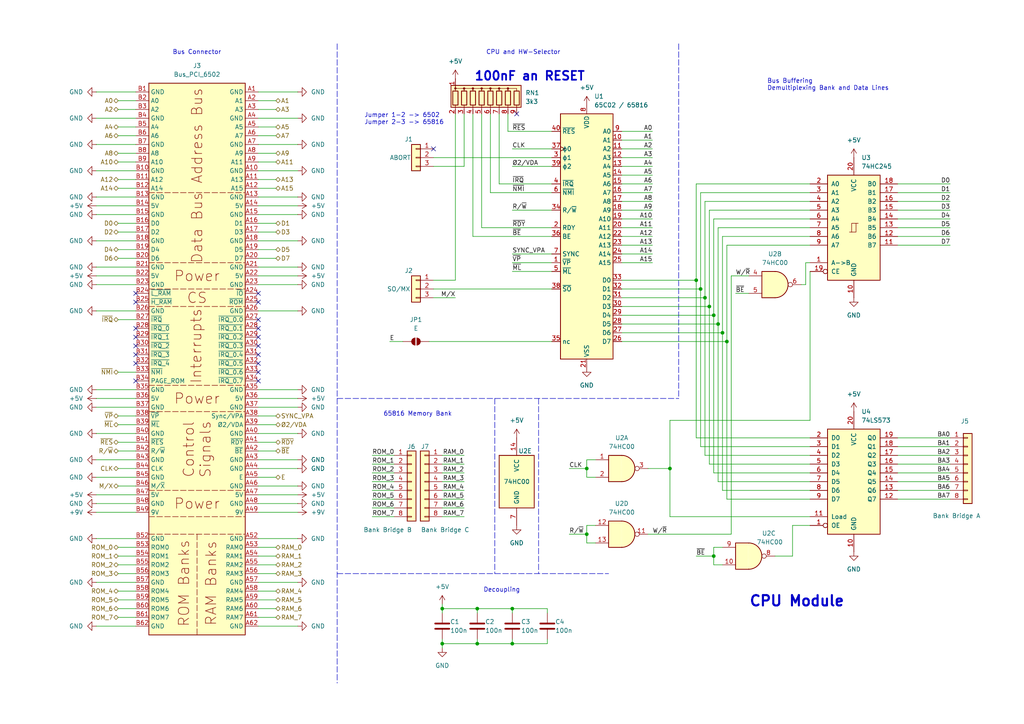
<source format=kicad_sch>
(kicad_sch (version 20231120) (generator "eeschema") (generator_version "8.0")
  (paper "A4")
  (title_block (title "S65xx Computer System") (date "2024-06-30") (rev "1.0") (company "Synthron"))
  (junction (at 210.82 99.06))
  (junction (at 170.18 135.89))
  (junction (at 209.55 96.52))
  (junction (at 138.43 186.69))
  (junction (at 204.47 86.36))
  (junction (at 208.28 93.98))
  (junction (at 205.74 88.9))
  (junction (at 128.27 176.53))
  (junction (at 201.93 81.28))
  (junction (at 207.01 161.29))
  (junction (at 203.2 83.82))
  (junction (at 170.18 154.94))
  (junction (at 138.43 176.53))
  (junction (at 207.01 91.44))
  (junction (at 128.27 186.69))
  (junction (at 148.59 186.69))
  (junction (at 148.59 176.53))
  (junction (at 194.31 135.89))
  (no_connect (at 39.37 85.09))
  (no_connect (at 39.37 100.33))
  (no_connect (at 39.37 97.79))
  (no_connect (at 39.37 95.25))
  (no_connect (at 39.37 105.41))
  (no_connect (at 39.37 110.49))
  (no_connect (at 74.93 105.41))
  (no_connect (at 39.37 102.87))
  (no_connect (at 149.86 33.02))
  (no_connect (at 74.93 87.63))
  (no_connect (at 125.73 43.18))
  (no_connect (at 74.93 102.87))
  (no_connect (at 74.93 100.33))
  (no_connect (at 74.93 107.95))
  (no_connect (at 74.93 85.09))
  (no_connect (at 74.93 92.71))
  (no_connect (at 74.93 95.25))
  (no_connect (at 74.93 97.79))
  (no_connect (at 39.37 87.63))
  (no_connect (at 74.93 110.49))
  (wire (pts (xy 142.24 55.88) (xy 142.24 33.02)))
  (wire (pts (xy 233.68 76.2) (xy 234.95 76.2)))
  (wire (pts (xy 148.59 78.74) (xy 160.02 78.74)))
  (wire (pts (xy 86.36 26.67) (xy 74.93 26.67)))
  (wire (pts (xy 189.23 73.66) (xy 180.34 73.66)))
  (wire (pts (xy 86.36 133.35) (xy 74.93 133.35)))
  (wire (pts (xy 260.35 58.42) (xy 275.59 58.42)))
  (wire (pts (xy 27.94 62.23) (xy 39.37 62.23)))
  (wire (pts (xy 34.29 54.61) (xy 39.37 54.61)))
  (wire (pts (xy 134.62 149.86) (xy 128.27 149.86)))
  (wire (pts (xy 170.18 157.48) (xy 170.18 154.94)))
  (wire (pts (xy 148.59 60.96) (xy 160.02 60.96)))
  (wire (pts (xy 80.01 44.45) (xy 74.93 44.45)))
  (wire (pts (xy 86.36 143.51) (xy 74.93 143.51)))
  (wire (pts (xy 189.23 50.8) (xy 180.34 50.8)))
  (wire (pts (xy 189.23 68.58) (xy 180.34 68.58)))
  (wire (pts (xy 107.95 142.24) (xy 114.3 142.24)))
  (polyline (pts (xy 97.79 166.37) (xy 176.53 166.37)) (stroke (width 0) (type dash)))
  (wire (pts (xy 260.35 66.04) (xy 275.59 66.04)))
  (wire (pts (xy 134.62 134.62) (xy 128.27 134.62)))
  (wire (pts (xy 34.29 31.75) (xy 39.37 31.75)))
  (wire (pts (xy 209.55 96.52) (xy 209.55 142.24)))
  (wire (pts (xy 128.27 186.69) (xy 138.43 186.69)))
  (wire (pts (xy 210.82 99.06) (xy 210.82 144.78)))
  (wire (pts (xy 34.29 29.21) (xy 39.37 29.21)))
  (wire (pts (xy 209.55 163.83) (xy 207.01 163.83)))
  (wire (pts (xy 187.96 154.94) (xy 212.09 154.94)))
  (wire (pts (xy 34.29 72.39) (xy 39.37 72.39)))
  (wire (pts (xy 86.36 77.47) (xy 74.93 77.47)))
  (wire (pts (xy 170.18 138.43) (xy 170.18 135.89)))
  (wire (pts (xy 210.82 71.12) (xy 234.95 71.12)))
  (wire (pts (xy 260.35 127) (xy 275.59 127)))
  (wire (pts (xy 27.94 138.43) (xy 39.37 138.43)))
  (wire (pts (xy 260.35 60.96) (xy 275.59 60.96)))
  (wire (pts (xy 208.28 139.7) (xy 234.95 139.7)))
  (wire (pts (xy 194.31 135.89) (xy 194.31 149.86)))
  (wire (pts (xy 107.95 137.16) (xy 114.3 137.16)))
  (wire (pts (xy 80.01 171.45) (xy 74.93 171.45)))
  (wire (pts (xy 224.79 161.29) (xy 229.87 161.29)))
  (wire (pts (xy 34.29 44.45) (xy 39.37 44.45)))
  (wire (pts (xy 80.01 179.07) (xy 74.93 179.07)))
  (wire (pts (xy 212.09 80.01) (xy 217.17 80.01)))
  (polyline (pts (xy 196.85 12.7) (xy 196.85 115.57)) (stroke (width 0) (type dash)))
  (wire (pts (xy 80.01 64.77) (xy 74.93 64.77)))
  (wire (pts (xy 210.82 99.06) (xy 210.82 71.12)))
  (wire (pts (xy 27.94 77.47) (xy 39.37 77.47)))
  (wire (pts (xy 80.01 123.19) (xy 74.93 123.19)))
  (wire (pts (xy 170.18 138.43) (xy 172.72 138.43)))
  (wire (pts (xy 172.72 157.48) (xy 170.18 157.48)))
  (wire (pts (xy 208.28 66.04) (xy 234.95 66.04)))
  (wire (pts (xy 134.62 144.78) (xy 128.27 144.78)))
  (wire (pts (xy 189.23 40.64) (xy 180.34 40.64)))
  (wire (pts (xy 229.87 161.29) (xy 229.87 152.4)))
  (wire (pts (xy 34.29 92.71) (xy 39.37 92.71)))
  (wire (pts (xy 134.62 147.32) (xy 128.27 147.32)))
  (wire (pts (xy 128.27 186.69) (xy 128.27 187.96)))
  (wire (pts (xy 34.29 171.45) (xy 39.37 171.45)))
  (wire (pts (xy 187.96 135.89) (xy 194.31 135.89)))
  (wire (pts (xy 209.55 96.52) (xy 209.55 68.58)))
  (wire (pts (xy 201.93 81.28) (xy 201.93 127)))
  (wire (pts (xy 34.29 128.27) (xy 39.37 128.27)))
  (wire (pts (xy 107.95 132.08) (xy 114.3 132.08)))
  (polyline (pts (xy 143.51 115.57) (xy 143.51 166.37)) (stroke (width 0) (type dash)))
  (wire (pts (xy 80.01 74.93) (xy 74.93 74.93)))
  (wire (pts (xy 80.01 161.29) (xy 74.93 161.29)))
  (wire (pts (xy 34.29 135.89) (xy 39.37 135.89)))
  (wire (pts (xy 203.2 129.54) (xy 234.95 129.54)))
  (wire (pts (xy 260.35 137.16) (xy 275.59 137.16)))
  (wire (pts (xy 34.29 107.95) (xy 39.37 107.95)))
  (wire (pts (xy 125.73 45.72) (xy 160.02 45.72)))
  (wire (pts (xy 189.23 43.18) (xy 180.34 43.18)))
  (wire (pts (xy 137.16 68.58) (xy 137.16 33.02)))
  (wire (pts (xy 86.36 62.23) (xy 74.93 62.23)))
  (wire (pts (xy 80.01 120.65) (xy 74.93 120.65)))
  (wire (pts (xy 148.59 186.69) (xy 158.75 186.69)))
  (wire (pts (xy 27.94 115.57) (xy 39.37 115.57)))
  (wire (pts (xy 203.2 83.82) (xy 203.2 55.88)))
  (wire (pts (xy 27.94 26.67) (xy 39.37 26.67)))
  (wire (pts (xy 205.74 134.62) (xy 234.95 134.62)))
  (wire (pts (xy 34.29 140.97) (xy 39.37 140.97)))
  (wire (pts (xy 34.29 36.83) (xy 39.37 36.83)))
  (wire (pts (xy 207.01 91.44) (xy 207.01 137.16)))
  (wire (pts (xy 189.23 38.1) (xy 180.34 38.1)))
  (wire (pts (xy 34.29 64.77) (xy 39.37 64.77)))
  (wire (pts (xy 86.36 113.03) (xy 74.93 113.03)))
  (wire (pts (xy 80.01 52.07) (xy 74.93 52.07)))
  (wire (pts (xy 128.27 176.53) (xy 128.27 177.8)))
  (wire (pts (xy 80.01 138.43) (xy 74.93 138.43)))
  (wire (pts (xy 138.43 176.53) (xy 148.59 176.53)))
  (wire (pts (xy 201.93 81.28) (xy 201.93 53.34)))
  (wire (pts (xy 128.27 185.42) (xy 128.27 186.69)))
  (wire (pts (xy 260.35 68.58) (xy 275.59 68.58)))
  (wire (pts (xy 170.18 152.4) (xy 172.72 152.4)))
  (wire (pts (xy 34.29 74.93) (xy 39.37 74.93)))
  (wire (pts (xy 80.01 173.99) (xy 74.93 173.99)))
  (polyline (pts (xy 97.79 115.57) (xy 196.85 115.57)) (stroke (width 0) (type dash)))
  (wire (pts (xy 124.46 99.06) (xy 160.02 99.06)))
  (wire (pts (xy 205.74 88.9) (xy 205.74 60.96)))
  (wire (pts (xy 170.18 154.94) (xy 170.18 152.4)))
  (wire (pts (xy 80.01 163.83) (xy 74.93 163.83)))
  (wire (pts (xy 139.7 66.04) (xy 160.02 66.04)))
  (wire (pts (xy 80.01 31.75) (xy 74.93 31.75)))
  (wire (pts (xy 86.36 57.15) (xy 74.93 57.15)))
  (wire (pts (xy 134.62 132.08) (xy 128.27 132.08)))
  (wire (pts (xy 180.34 83.82) (xy 203.2 83.82)))
  (wire (pts (xy 158.75 186.69) (xy 158.75 185.42)))
  (wire (pts (xy 34.29 123.19) (xy 39.37 123.19)))
  (wire (pts (xy 207.01 137.16) (xy 234.95 137.16)))
  (wire (pts (xy 229.87 152.4) (xy 234.95 152.4)))
  (wire (pts (xy 34.29 67.31) (xy 39.37 67.31)))
  (wire (pts (xy 170.18 133.35) (xy 172.72 133.35)))
  (wire (pts (xy 27.94 146.05) (xy 39.37 146.05)))
  (wire (pts (xy 27.94 133.35) (xy 39.37 133.35)))
  (wire (pts (xy 34.29 163.83) (xy 39.37 163.83)))
  (wire (pts (xy 27.94 90.17) (xy 39.37 90.17)))
  (wire (pts (xy 260.35 53.34) (xy 275.59 53.34)))
  (wire (pts (xy 34.29 176.53) (xy 39.37 176.53)))
  (wire (pts (xy 180.34 93.98) (xy 208.28 93.98)))
  (wire (pts (xy 86.36 59.69) (xy 74.93 59.69)))
  (wire (pts (xy 138.43 176.53) (xy 138.43 177.8)))
  (wire (pts (xy 148.59 176.53) (xy 158.75 176.53)))
  (wire (pts (xy 189.23 58.42) (xy 180.34 58.42)))
  (wire (pts (xy 27.94 148.59) (xy 39.37 148.59)))
  (wire (pts (xy 107.95 144.78) (xy 114.3 144.78)))
  (wire (pts (xy 80.01 130.81) (xy 74.93 130.81)))
  (wire (pts (xy 201.93 127) (xy 234.95 127)))
  (wire (pts (xy 189.23 76.2) (xy 180.34 76.2)))
  (wire (pts (xy 80.01 29.21) (xy 74.93 29.21)))
  (wire (pts (xy 132.08 81.28) (xy 132.08 33.02)))
  (wire (pts (xy 213.36 85.09) (xy 217.17 85.09)))
  (wire (pts (xy 86.36 135.89) (xy 74.93 135.89)))
  (wire (pts (xy 86.36 49.53) (xy 74.93 49.53)))
  (wire (pts (xy 125.73 83.82) (xy 160.02 83.82)))
  (wire (pts (xy 260.35 132.08) (xy 275.59 132.08)))
  (wire (pts (xy 207.01 161.29) (xy 207.01 158.75)))
  (wire (pts (xy 27.94 57.15) (xy 39.37 57.15)))
  (wire (pts (xy 86.36 156.21) (xy 74.93 156.21)))
  (wire (pts (xy 27.94 82.55) (xy 39.37 82.55)))
  (wire (pts (xy 210.82 144.78) (xy 234.95 144.78)))
  (wire (pts (xy 34.29 52.07) (xy 39.37 52.07)))
  (wire (pts (xy 125.73 86.36) (xy 132.08 86.36)))
  (wire (pts (xy 204.47 58.42) (xy 234.95 58.42)))
  (wire (pts (xy 134.62 33.02) (xy 134.62 48.26)))
  (wire (pts (xy 27.94 80.01) (xy 39.37 80.01)))
  (wire (pts (xy 260.35 134.62) (xy 275.59 134.62)))
  (wire (pts (xy 128.27 176.53) (xy 138.43 176.53)))
  (wire (pts (xy 201.93 161.29) (xy 207.01 161.29)))
  (wire (pts (xy 205.74 88.9) (xy 205.74 134.62)))
  (wire (pts (xy 107.95 149.86) (xy 114.3 149.86)))
  (wire (pts (xy 34.29 173.99) (xy 39.37 173.99)))
  (wire (pts (xy 107.95 134.62) (xy 114.3 134.62)))
  (wire (pts (xy 260.35 63.5) (xy 275.59 63.5)))
  (wire (pts (xy 107.95 147.32) (xy 114.3 147.32)))
  (wire (pts (xy 170.18 135.89) (xy 170.18 133.35)))
  (wire (pts (xy 204.47 86.36) (xy 204.47 132.08)))
  (wire (pts (xy 142.24 55.88) (xy 160.02 55.88)))
  (wire (pts (xy 80.01 67.31) (xy 74.93 67.31)))
  (wire (pts (xy 80.01 158.75) (xy 74.93 158.75)))
  (wire (pts (xy 134.62 137.16) (xy 128.27 137.16)))
  (wire (pts (xy 209.55 142.24) (xy 234.95 142.24)))
  (wire (pts (xy 260.35 55.88) (xy 275.59 55.88)))
  (wire (pts (xy 180.34 99.06) (xy 210.82 99.06)))
  (wire (pts (xy 27.94 41.91) (xy 39.37 41.91)))
  (wire (pts (xy 137.16 68.58) (xy 160.02 68.58)))
  (wire (pts (xy 138.43 186.69) (xy 148.59 186.69)))
  (wire (pts (xy 80.01 166.37) (xy 74.93 166.37)))
  (wire (pts (xy 27.94 34.29) (xy 39.37 34.29)))
  (wire (pts (xy 148.59 176.53) (xy 148.59 177.8)))
  (wire (pts (xy 205.74 60.96) (xy 234.95 60.96)))
  (wire (pts (xy 86.36 82.55) (xy 74.93 82.55)))
  (wire (pts (xy 260.35 71.12) (xy 275.59 71.12)))
  (wire (pts (xy 80.01 46.99) (xy 74.93 46.99)))
  (wire (pts (xy 207.01 91.44) (xy 207.01 63.5)))
  (wire (pts (xy 34.29 39.37) (xy 39.37 39.37)))
  (wire (pts (xy 27.94 156.21) (xy 39.37 156.21)))
  (wire (pts (xy 27.94 69.85) (xy 39.37 69.85)))
  (wire (pts (xy 208.28 93.98) (xy 208.28 66.04)))
  (wire (pts (xy 148.59 76.2) (xy 160.02 76.2)))
  (wire (pts (xy 134.62 142.24) (xy 128.27 142.24)))
  (wire (pts (xy 86.36 34.29) (xy 74.93 34.29)))
  (wire (pts (xy 203.2 83.82) (xy 203.2 129.54)))
  (wire (pts (xy 34.29 161.29) (xy 39.37 161.29)))
  (wire (pts (xy 194.31 121.92) (xy 194.31 135.89)))
  (wire (pts (xy 260.35 142.24) (xy 275.59 142.24)))
  (wire (pts (xy 260.35 129.54) (xy 275.59 129.54)))
  (wire (pts (xy 128.27 175.26) (xy 128.27 176.53)))
  (wire (pts (xy 86.36 69.85) (xy 74.93 69.85)))
  (wire (pts (xy 189.23 66.04) (xy 180.34 66.04)))
  (wire (pts (xy 34.29 166.37) (xy 39.37 166.37)))
  (wire (pts (xy 86.36 148.59) (xy 74.93 148.59)))
  (wire (pts (xy 207.01 158.75) (xy 209.55 158.75)))
  (wire (pts (xy 234.95 121.92) (xy 194.31 121.92)))
  (wire (pts (xy 27.94 125.73) (xy 39.37 125.73)))
  (wire (pts (xy 189.23 45.72) (xy 180.34 45.72)))
  (wire (pts (xy 80.01 176.53) (xy 74.93 176.53)))
  (wire (pts (xy 86.36 90.17) (xy 74.93 90.17)))
  (wire (pts (xy 207.01 163.83) (xy 207.01 161.29)))
  (wire (pts (xy 147.32 38.1) (xy 160.02 38.1)))
  (wire (pts (xy 194.31 149.86) (xy 234.95 149.86)))
  (wire (pts (xy 134.62 48.26) (xy 125.73 48.26)))
  (wire (pts (xy 134.62 139.7) (xy 128.27 139.7)))
  (wire (pts (xy 207.01 63.5) (xy 234.95 63.5)))
  (polyline (pts (xy 156.21 115.57) (xy 156.21 166.37)) (stroke (width 0) (type dash)))
  (wire (pts (xy 80.01 128.27) (xy 74.93 128.27)))
  (wire (pts (xy 86.36 41.91) (xy 74.93 41.91)))
  (wire (pts (xy 203.2 55.88) (xy 234.95 55.88)))
  (wire (pts (xy 107.95 139.7) (xy 114.3 139.7)))
  (wire (pts (xy 148.59 43.18) (xy 160.02 43.18)))
  (wire (pts (xy 86.36 140.97) (xy 74.93 140.97)))
  (wire (pts (xy 86.36 80.01) (xy 74.93 80.01)))
  (wire (pts (xy 160.02 73.66) (xy 148.59 73.66)))
  (wire (pts (xy 180.34 81.28) (xy 201.93 81.28)))
  (wire (pts (xy 86.36 118.11) (xy 74.93 118.11)))
  (wire (pts (xy 147.32 38.1) (xy 147.32 33.02)))
  (wire (pts (xy 27.94 49.53) (xy 39.37 49.53)))
  (wire (pts (xy 148.59 48.26) (xy 160.02 48.26)))
  (wire (pts (xy 34.29 46.99) (xy 39.37 46.99)))
  (wire (pts (xy 189.23 55.88) (xy 180.34 55.88)))
  (wire (pts (xy 86.36 115.57) (xy 74.93 115.57)))
  (wire (pts (xy 212.09 154.94) (xy 212.09 80.01)))
  (wire (pts (xy 86.36 181.61) (xy 74.93 181.61)))
  (wire (pts (xy 180.34 88.9) (xy 205.74 88.9)))
  (wire (pts (xy 86.36 168.91) (xy 74.93 168.91)))
  (wire (pts (xy 201.93 53.34) (xy 234.95 53.34)))
  (wire (pts (xy 232.41 82.55) (xy 233.68 82.55)))
  (wire (pts (xy 189.23 60.96) (xy 180.34 60.96)))
  (wire (pts (xy 189.23 48.26) (xy 180.34 48.26)))
  (polyline (pts (xy 97.79 12.7) (xy 97.79 198.12)) (stroke (width 0) (type dash)))
  (wire (pts (xy 165.1 135.89) (xy 170.18 135.89)))
  (wire (pts (xy 234.95 78.74) (xy 234.95 121.92)))
  (wire (pts (xy 233.68 82.55) (xy 233.68 76.2)))
  (wire (pts (xy 80.01 36.83) (xy 74.93 36.83)))
  (wire (pts (xy 86.36 146.05) (xy 74.93 146.05)))
  (wire (pts (xy 27.94 113.03) (xy 39.37 113.03)))
  (wire (pts (xy 34.29 179.07) (xy 39.37 179.07)))
  (wire (pts (xy 34.29 120.65) (xy 39.37 120.65)))
  (wire (pts (xy 27.94 59.69) (xy 39.37 59.69)))
  (wire (pts (xy 209.55 68.58) (xy 234.95 68.58)))
  (wire (pts (xy 204.47 132.08) (xy 234.95 132.08)))
  (wire (pts (xy 144.78 53.34) (xy 160.02 53.34)))
  (wire (pts (xy 189.23 53.34) (xy 180.34 53.34)))
  (wire (pts (xy 144.78 53.34) (xy 144.78 33.02)))
  (wire (pts (xy 165.1 154.94) (xy 170.18 154.94)))
  (wire (pts (xy 80.01 54.61) (xy 74.93 54.61)))
  (wire (pts (xy 204.47 86.36) (xy 204.47 58.42)))
  (wire (pts (xy 27.94 181.61) (xy 39.37 181.61)))
  (wire (pts (xy 208.28 93.98) (xy 208.28 139.7)))
  (wire (pts (xy 27.94 143.51) (xy 39.37 143.51)))
  (wire (pts (xy 80.01 39.37) (xy 74.93 39.37)))
  (wire (pts (xy 260.35 139.7) (xy 275.59 139.7)))
  (wire (pts (xy 27.94 118.11) (xy 39.37 118.11)))
  (wire (pts (xy 125.73 81.28) (xy 132.08 81.28)))
  (wire (pts (xy 180.34 96.52) (xy 209.55 96.52)))
  (wire (pts (xy 189.23 71.12) (xy 180.34 71.12)))
  (wire (pts (xy 158.75 176.53) (xy 158.75 177.8)))
  (wire (pts (xy 148.59 185.42) (xy 148.59 186.69)))
  (wire (pts (xy 27.94 168.91) (xy 39.37 168.91)))
  (wire (pts (xy 260.35 144.78) (xy 275.59 144.78)))
  (wire (pts (xy 139.7 66.04) (xy 139.7 33.02)))
  (wire (pts (xy 180.34 91.44) (xy 207.01 91.44)))
  (wire (pts (xy 86.36 125.73) (xy 74.93 125.73)))
  (wire (pts (xy 80.01 72.39) (xy 74.93 72.39)))
  (wire (pts (xy 180.34 86.36) (xy 204.47 86.36)))
  (wire (pts (xy 113.03 99.06) (xy 116.84 99.06)))
  (wire (pts (xy 189.23 63.5) (xy 180.34 63.5)))
  (wire (pts (xy 138.43 185.42) (xy 138.43 186.69)))
  (wire (pts (xy 34.29 130.81) (xy 39.37 130.81)))
  (wire (pts (xy 34.29 158.75) (xy 39.37 158.75)))
  (text "CPU and HW-Selector" (at 140.97 15.24 0) (effects (font (size 1.27 1.27)) (justify left)))
  (text "CPU Module" (at 217.17 174.498 0) (effects (font (size 3 3) (thickness 0.6) (bold yes)) (justify left)))
  (text "100nF an RESET" (at 153.67 22.225 0) (effects (font (size 2.54 2.54) (thickness 0.508) (bold yes))))
  (text "Bus Connector" (at 50.038 15.24 0) (effects (font (size 1.27 1.27)) (justify left)))
  (text "Decoupling" (at 145.542 171.196 0) (effects (font (size 1.27 1.27))))
  (text "65816 Memory Bank" (at 121.158 120.142 0) (effects (font (size 1.27 1.27))))
  (text "Jumper 1-2 -> 6502\nJumper 2-3 -> 65816" (at 105.664 34.544 0) (effects (font (size 1.27 1.27)) (justify left)))
  (text "Bus Buffering\nDemultiplexing Bank and Data Lines" (at 222.504 24.638 0) (effects (font (size 1.27 1.27)) (justify left)))
  (label "ROM_5" (at 107.95 144.78 0))
  (label "A2" (at 189.23 43.18 180))
  (label "ROM_1" (at 107.95 134.62 0))
  (label "A3" (at 189.23 45.72 180))
  (label "D7" (at 275.59 71.12 180))
  (label "BA7" (at 275.59 144.78 180))
  (label "RAM_0" (at 134.62 132.08 180))
  (label "SYNC_VPA" (at 148.59 73.66 0))
  (label "D0" (at 275.59 53.34 180))
  (label "D3" (at 275.59 60.96 180))
  (label "ROM_0" (at 107.95 132.08 0))
  (label "RAM_6" (at 134.62 147.32 180))
  (label "A10" (at 189.23 63.5 180))
  (label "A14" (at 189.23 73.66 180))
  (label "ROM_6" (at 107.95 147.32 0))
  (label "D6" (at 275.59 68.58 180))
  (label "A0" (at 189.23 38.1 180))
  (label "BA0" (at 275.59 127 180))
  (label "BA4" (at 275.59 137.16 180))
  (label "A5" (at 189.23 50.8 180))
  (label "A9" (at 189.23 60.96 180))
  (label "RAM_2" (at 134.62 137.16 180))
  (label "A13" (at 189.23 71.12 180))
  (label "~{NMI}" (at 148.59 55.88 0))
  (label "~{RDY}" (at 148.59 66.04 0))
  (label "D5" (at 275.59 66.04 180))
  (label "BA1" (at 275.59 129.54 180))
  (label "~{VP}" (at 148.59 76.2 0))
  (label "A4" (at 189.23 48.26 180))
  (label "D1" (at 275.59 55.88 180))
  (label "BA3" (at 275.59 134.62 180))
  (label "Ø2{slash}VDA" (at 148.59 48.26 0))
  (label "BA6" (at 275.59 142.24 180))
  (label "~{RES}" (at 148.59 38.1 0))
  (label "A11" (at 189.23 66.04 180))
  (label "E" (at 113.03 99.06 0))
  (label "~{BE}" (at 148.59 68.58 0))
  (label "R{slash}~{W}" (at 148.59 60.96 0))
  (label "W{slash}~{R}" (at 213.36 80.01 0))
  (label "CLK" (at 165.1 135.89 0))
  (label "A15" (at 189.23 76.2 180))
  (label "RAM_4" (at 134.62 142.24 180))
  (label "R{slash}~{W}" (at 165.1 154.94 0))
  (label "A6" (at 189.23 53.34 180))
  (label "~{BE}" (at 201.93 161.29 0))
  (label "A8" (at 189.23 58.42 180))
  (label "~{IRQ}" (at 148.59 53.34 0))
  (label "RAM_1" (at 134.62 134.62 180))
  (label "BA2" (at 275.59 132.08 180))
  (label "M{slash}X" (at 132.08 86.36 180))
  (label "A1" (at 189.23 40.64 180))
  (label "RAM_5" (at 134.62 144.78 180))
  (label "A12" (at 189.23 68.58 180))
  (label "BA5" (at 275.59 139.7 180))
  (label "ROM_3" (at 107.95 139.7 0))
  (label "~{ML}" (at 148.59 78.74 0))
  (label "ROM_2" (at 107.95 137.16 0))
  (label "ROM_4" (at 107.95 142.24 0))
  (label "~{BE}" (at 213.36 85.09 0))
  (label "RAM_3" (at 134.62 139.7 180))
  (label "W{slash}~{R}" (at 189.23 154.94 0))
  (label "ROM_7" (at 107.95 149.86 0))
  (label "D4" (at 275.59 63.5 180))
  (label "CLK" (at 148.59 43.18 0))
  (label "D2" (at 275.59 58.42 180))
  (label "A7" (at 189.23 55.88 180))
  (label "RAM_7" (at 134.62 149.86 180))
  (hierarchical_label "D7" (shape bidirectional) (at 80.01 74.93 0))
  (hierarchical_label "~{IRQ}" (shape bidirectional) (at 34.29 92.71 180))
  (hierarchical_label "CLK" (shape bidirectional) (at 34.29 135.89 180))
  (hierarchical_label "M{slash}X" (shape bidirectional) (at 34.29 140.97 180))
  (hierarchical_label "A6" (shape bidirectional) (at 34.29 39.37 180))
  (hierarchical_label "A2" (shape bidirectional) (at 34.29 31.75 180))
  (hierarchical_label "A10" (shape bidirectional) (at 34.29 46.99 180))
  (hierarchical_label "RAM_0" (shape bidirectional) (at 80.01 158.75 0))
  (hierarchical_label "A5" (shape bidirectional) (at 80.01 36.83 0))
  (hierarchical_label "A3" (shape bidirectional) (at 80.01 31.75 0))
  (hierarchical_label "A14" (shape bidirectional) (at 34.29 54.61 180))
  (hierarchical_label "E" (shape bidirectional) (at 80.01 138.43 0))
  (hierarchical_label "D3" (shape bidirectional) (at 80.01 67.31 0))
  (hierarchical_label "ROM_7" (shape bidirectional) (at 34.29 179.07 180))
  (hierarchical_label "D1" (shape bidirectional) (at 80.01 64.77 0))
  (hierarchical_label "D6" (shape bidirectional) (at 34.29 74.93 180))
  (hierarchical_label "SYNC_VPA" (shape bidirectional) (at 80.01 120.65 0))
  (hierarchical_label "~{ML}" (shape bidirectional) (at 34.29 123.19 180))
  (hierarchical_label "RAM_3" (shape bidirectional) (at 80.01 166.37 0))
  (hierarchical_label "Ø2{slash}VDA" (shape bidirectional) (at 80.01 123.19 0))
  (hierarchical_label "ROM_2" (shape bidirectional) (at 34.29 163.83 180))
  (hierarchical_label "ROM_6" (shape bidirectional) (at 34.29 176.53 180))
  (hierarchical_label "R{slash}~{W}" (shape bidirectional) (at 34.29 130.81 180))
  (hierarchical_label "ROM_1" (shape bidirectional) (at 34.29 161.29 180))
  (hierarchical_label "RAM_4" (shape bidirectional) (at 80.01 171.45 0))
  (hierarchical_label "RAM_6" (shape bidirectional) (at 80.01 176.53 0))
  (hierarchical_label "A0" (shape bidirectional) (at 34.29 29.21 180))
  (hierarchical_label "~{BE}" (shape bidirectional) (at 80.01 130.81 0))
  (hierarchical_label "A12" (shape bidirectional) (at 34.29 52.07 180))
  (hierarchical_label "RAM_1" (shape bidirectional) (at 80.01 161.29 0))
  (hierarchical_label "D0" (shape bidirectional) (at 34.29 64.77 180))
  (hierarchical_label "D5" (shape bidirectional) (at 80.01 72.39 0))
  (hierarchical_label "D2" (shape bidirectional) (at 34.29 67.31 180))
  (hierarchical_label "A11" (shape bidirectional) (at 80.01 46.99 0))
  (hierarchical_label "RAM_5" (shape bidirectional) (at 80.01 173.99 0))
  (hierarchical_label "ROM_0" (shape bidirectional) (at 34.29 158.75 180))
  (hierarchical_label "~{NMI}" (shape bidirectional) (at 34.29 107.95 180))
  (hierarchical_label "ROM_4" (shape bidirectional) (at 34.29 171.45 180))
  (hierarchical_label "ROM_3" (shape bidirectional) (at 34.29 166.37 180))
  (hierarchical_label "A8" (shape bidirectional) (at 34.29 44.45 180))
  (hierarchical_label "A1" (shape bidirectional) (at 80.01 29.21 0))
  (hierarchical_label "~{RES}" (shape bidirectional) (at 34.29 128.27 180))
  (hierarchical_label "ROM_5" (shape bidirectional) (at 34.29 173.99 180))
  (hierarchical_label "RAM_7" (shape bidirectional) (at 80.01 179.07 0))
  (hierarchical_label "A15" (shape bidirectional) (at 80.01 54.61 0))
  (hierarchical_label "~{RDY}" (shape bidirectional) (at 80.01 128.27 0))
  (hierarchical_label "A7" (shape bidirectional) (at 80.01 39.37 0))
  (hierarchical_label "A9" (shape bidirectional) (at 80.01 44.45 0))
  (hierarchical_label "~{VP}" (shape bidirectional) (at 34.29 120.65 180))
  (hierarchical_label "D4" (shape bidirectional) (at 34.29 72.39 180))
  (hierarchical_label "A4" (shape bidirectional) (at 34.29 36.83 180))
  (hierarchical_label "RAM_2" (shape bidirectional) (at 80.01 163.83 0))
  (hierarchical_label "A13" (shape bidirectional) (at 80.01 52.07 0))
  (symbol (lib_id "74xx:74HC00") (at 224.79 82.55 0) (unit 2)
    (property "Reference" "U2" (at 224.7817 73.66 0))
    (property "Value" "74HC00" (at 224.7817 76.2 0))
    (property "Footprint" "Package_DIP:DIP-14_W7.62mm" (effects (hide yes)))
    (property "Datasheet" "http://www.ti.com/lit/gpn/sn74hc00" (effects (hide yes)))
    (property "Description" "quad 2-input NAND gate" (effects (hide yes)))
  )
  (symbol (lib_id "power:GND") (at 27.94 26.67 270) (unit 1)
    (property "Reference" "#PWR04" (effects (hide yes)))
    (property "Value" "GND" (at 24.13 26.6699 90) (effects (justify right)))
    (property "Description" "Power symbol creates a global label with name \"GND\" , ground" (effects (hide yes)))
  )
  (symbol (lib_id "power:+5V") (at 132.08 22.86 0) (unit 1)
    (property "Reference" "#PWR01" (effects (hide yes)))
    (property "Value" "+5V" (at 132.08 17.78 0))
    (property "Description" "Power symbol creates a global label with name \"+5V\"" (effects (hide yes)))
  )
  (symbol (lib_id "power:GND") (at 86.36 57.15 90) (mirror x) (unit 1)
    (property "Reference" "#PWR013" (effects (hide yes)))
    (property "Value" "GND" (at 90.17 57.1499 90) (effects (justify right)))
    (property "Description" "Power symbol creates a global label with name \"GND\" , ground" (effects (hide yes)))
  )
  (symbol (lib_id "power:GND") (at 27.94 146.05 270) (unit 1)
    (property "Reference" "#PWR043" (effects (hide yes)))
    (property "Value" "GND" (at 24.13 146.0499 90) (effects (justify right)))
    (property "Description" "Power symbol creates a global label with name \"GND\" , ground" (effects (hide yes)))
  )
  (symbol (lib_id "power:GND") (at 27.94 82.55 270) (unit 1)
    (property "Reference" "#PWR024" (effects (hide yes)))
    (property "Value" "GND" (at 24.13 82.5499 90) (effects (justify right)))
    (property "Description" "Power symbol creates a global label with name \"GND\" , ground" (effects (hide yes)))
  )
  (symbol (lib_id "power:GND") (at 27.94 57.15 270) (unit 1)
    (property "Reference" "#PWR012" (effects (hide yes)))
    (property "Value" "GND" (at 24.13 57.1499 90) (effects (justify right)))
    (property "Description" "Power symbol creates a global label with name \"GND\" , ground" (effects (hide yes)))
  )
  (symbol (lib_id "power:GND") (at 27.94 156.21 270) (unit 1)
    (property "Reference" "#PWR047" (effects (hide yes)))
    (property "Value" "GND" (at 24.13 156.2099 90) (effects (justify right)))
    (property "Description" "Power symbol creates a global label with name \"GND\" , ground" (effects (hide yes)))
  )
  (symbol (lib_id "power:GND") (at 27.94 168.91 270) (unit 1)
    (property "Reference" "#PWR049" (effects (hide yes)))
    (property "Value" "GND" (at 24.13 168.9099 90) (effects (justify right)))
    (property "Description" "Power symbol creates a global label with name \"GND\" , ground" (effects (hide yes)))
  )
  (symbol (lib_id "power:GND") (at 86.36 146.05 90) (mirror x) (unit 1)
    (property "Reference" "#PWR044" (effects (hide yes)))
    (property "Value" "GND" (at 90.17 146.0499 90) (effects (justify right)))
    (property "Description" "Power symbol creates a global label with name \"GND\" , ground" (effects (hide yes)))
  )
  (symbol (lib_id "Connector_Generic:Conn_01x03") (at 120.65 83.82 0) (mirror y) (unit 1)
    (property "Reference" "J2" (at 117.348 78.486 0) (effects (justify right)))
    (property "Value" "SO/MX" (at 112.268 83.82 0) (effects (justify right)))
    (property "Footprint" "Jumper:SolderJumper-3_P1.3mm_Open_RoundedPad1.0x1.5mm_NumberLabels" (effects (hide yes)))
    (property "Description" "Generic connector, single row, 01x03, script generated (kicad-library-utils/schlib/autogen/connector/)" (effects (hide yes)))
  )
  (symbol (lib_id "74xx:74HC00") (at 180.34 154.94 0) (unit 4)
    (property "Reference" "U2" (at 180.3317 146.05 0))
    (property "Value" "74HC00" (at 180.3317 148.59 0))
    (property "Footprint" "Package_DIP:DIP-14_W7.62mm" (effects (hide yes)))
    (property "Datasheet" "http://www.ti.com/lit/gpn/sn74hc00" (effects (hide yes)))
    (property "Description" "quad 2-input NAND gate" (effects (hide yes)))
  )
  (symbol (lib_id "power:GND") (at 27.94 77.47 270) (unit 1)
    (property "Reference" "#PWR020" (effects (hide yes)))
    (property "Value" "GND" (at 24.13 77.4699 90) (effects (justify right)))
    (property "Description" "Power symbol creates a global label with name \"GND\" , ground" (effects (hide yes)))
  )
  (symbol (lib_id "power:GND") (at 86.36 41.91 90) (mirror x) (unit 1)
    (property "Reference" "#PWR09" (effects (hide yes)))
    (property "Value" "GND" (at 90.17 41.9099 90) (effects (justify right)))
    (property "Description" "Power symbol creates a global label with name \"GND\" , ground" (effects (hide yes)))
  )
  (symbol (lib_id "power:+5V") (at 86.36 80.01 270) (mirror x) (unit 1)
    (property "Reference" "#PWR023" (effects (hide yes)))
    (property "Value" "+5V" (at 90.17 80.0099 90) (effects (justify left)))
    (property "Description" "Power symbol creates a global label with name \"+5V\"" (effects (hide yes)))
  )
  (symbol (lib_id "Connector_Generic:Conn_01x08") (at 280.67 134.62 0) (unit 1)
    (property "Reference" "J5" (at 278.638 122.174 0) (effects (justify left)))
    (property "Value" "Bank Bridge A" (at 270.51 149.606 0) (effects (justify left)))
    (property "Footprint" "Connector_PinHeader_2.54mm:PinHeader_1x08_P2.54mm_Vertical" (effects (hide yes)))
    (property "Description" "Generic connector, single row, 01x08, script generated (kicad-library-utils/schlib/autogen/connector/)" (effects (hide yes)))
  )
  (symbol (lib_id "power:+9V") (at 27.94 148.59 90) (unit 1)
    (property "Reference" "#PWR045" (effects (hide yes)))
    (property "Value" "+9V" (at 24.13 148.5899 90) (effects (justify left)))
    (property "Description" "Power symbol creates a global label with name \"+9V\"" (effects (hide yes)))
  )
  (symbol (lib_id "power:GND") (at 247.65 160.02 0) (unit 1)
    (property "Reference" "#PWR056" (effects (hide yes)))
    (property "Value" "GND" (at 247.65 165.1 0))
    (property "Description" "Power symbol creates a global label with name \"GND\" , ground" (effects (hide yes)))
  )
  (symbol (lib_id "power:GND") (at 86.36 34.29 90) (mirror x) (unit 1)
    (property "Reference" "#PWR07" (effects (hide yes)))
    (property "Value" "GND" (at 90.17 34.2899 90) (effects (justify right)))
    (property "Description" "Power symbol creates a global label with name \"GND\" , ground" (effects (hide yes)))
  )
  (symbol (lib_id "power:GND") (at 149.86 152.4 0) (unit 1)
    (property "Reference" "#PWR058" (effects (hide yes)))
    (property "Value" "GND" (at 149.86 157.48 0))
    (property "Description" "Power symbol creates a global label with name \"GND\" , ground" (effects (hide yes)))
  )
  (symbol (lib_id "power:GND") (at 128.27 187.96 0) (unit 1)
    (property "Reference" "#PWR060" (effects (hide yes)))
    (property "Value" "GND" (at 128.27 193.04 0))
    (property "Description" "Power symbol creates a global label with name \"GND\" , ground" (effects (hide yes)))
  )
  (symbol (lib_id "74xx:74HC245") (at 247.65 66.04 0) (unit 1)
    (property "Reference" "U3" (at 249.8441 45.72 0) (effects (justify left)))
    (property "Value" "74HC245" (at 249.8441 48.26 0) (effects (justify left)))
    (property "Footprint" "Package_DIP:DIP-20_W7.62mm_LongPads" (effects (hide yes)))
    (property "Datasheet" "http://www.ti.com/lit/gpn/sn74HC245" (effects (hide yes)))
    (property "Description" "Octal BUS Transceivers, 3-State outputs" (effects (hide yes)))
  )
  (symbol (lib_id "power:GND") (at 27.94 138.43 270) (unit 1)
    (property "Reference" "#PWR039" (effects (hide yes)))
    (property "Value" "GND" (at 24.13 138.4299 90) (effects (justify right)))
    (property "Description" "Power symbol creates a global label with name \"GND\" , ground" (effects (hide yes)))
  )
  (symbol (lib_id "power:GND") (at 86.36 62.23 90) (mirror x) (unit 1)
    (property "Reference" "#PWR017" (effects (hide yes)))
    (property "Value" "GND" (at 90.17 62.2299 90) (effects (justify right)))
    (property "Description" "Power symbol creates a global label with name \"GND\" , ground" (effects (hide yes)))
  )
  (symbol (lib_id "power:GND") (at 86.36 82.55 90) (mirror x) (unit 1)
    (property "Reference" "#PWR025" (effects (hide yes)))
    (property "Value" "GND" (at 90.17 82.5499 90) (effects (justify right)))
    (property "Description" "Power symbol creates a global label with name \"GND\" , ground" (effects (hide yes)))
  )
  (symbol (lib_id "Device:C") (at 158.75 181.61 0) (unit 1)
    (property "Reference" "C4" (at 161.036 180.34 0) (effects (justify left)))
    (property "Value" "100n" (at 161.036 182.88 0) (effects (justify left)))
    (property "Footprint" "Capacitor_SMD:C_0805_2012Metric" (effects (hide yes)))
    (property "Description" "Unpolarized capacitor" (effects (hide yes)))
  )
  (symbol (lib_id "power:GND") (at 27.94 90.17 270) (unit 1)
    (property "Reference" "#PWR026" (effects (hide yes)))
    (property "Value" "GND" (at 24.13 90.1699 90) (effects (justify right)))
    (property "Description" "Power symbol creates a global label with name \"GND\" , ground" (effects (hide yes)))
  )
  (symbol (lib_id "Device:C") (at 148.59 181.61 0) (unit 1)
    (property "Reference" "C3" (at 151.13 180.34 0) (effects (justify left)))
    (property "Value" "100n" (at 151.13 182.88 0) (effects (justify left)))
    (property "Footprint" "Capacitor_SMD:C_0805_2012Metric" (effects (hide yes)))
    (property "Description" "Unpolarized capacitor" (effects (hide yes)))
  )
  (symbol (lib_id "power:GND") (at 86.36 113.03 90) (mirror x) (unit 1)
    (property "Reference" "#PWR029" (effects (hide yes)))
    (property "Value" "GND" (at 90.17 113.0299 90) (effects (justify right)))
    (property "Description" "Power symbol creates a global label with name \"GND\" , ground" (effects (hide yes)))
  )
  (symbol (lib_id "power:GND") (at 170.18 106.68 0) (unit 1)
    (property "Reference" "#PWR03" (effects (hide yes)))
    (property "Value" "GND" (at 170.18 111.76 0))
    (property "Description" "Power symbol creates a global label with name \"GND\" , ground" (effects (hide yes)))
  )
  (symbol (lib_id "6502:W65C02SxP") (at 170.18 68.58 0) (unit 1)
    (property "Reference" "U1" (at 172.3741 27.94 0) (effects (justify left)))
    (property "Value" "65C02 / 65816" (at 172.3741 30.48 0) (effects (justify left)))
    (property "Footprint" "Package_DIP:DIP-40_W15.24mm" (effects (hide yes)))
    (property "Datasheet" "http://www.westerndesigncenter.com/wdc/documentation/w65c02s.pdf" (effects (hide yes)))
    (property "Description" "8-bit CMOS General Purpose Microprocessor, DIP-40" (effects (hide yes)))
  )
  (symbol (lib_id "power:GND") (at 27.94 62.23 270) (unit 1)
    (property "Reference" "#PWR016" (effects (hide yes)))
    (property "Value" "GND" (at 24.13 62.2299 90) (effects (justify right)))
    (property "Description" "Power symbol creates a global label with name \"GND\" , ground" (effects (hide yes)))
  )
  (symbol (lib_id "power:+5V") (at 86.36 143.51 270) (mirror x) (unit 1)
    (property "Reference" "#PWR042" (effects (hide yes)))
    (property "Value" "+5V" (at 90.17 143.5099 90) (effects (justify left)))
    (property "Description" "Power symbol creates a global label with name \"+5V\"" (effects (hide yes)))
  )
  (symbol (lib_id "Connector_Generic:Conn_01x03") (at 120.65 45.72 0) (mirror y) (unit 1)
    (property "Reference" "J1" (at 117.348 40.386 0) (effects (justify right)))
    (property "Value" "ABORT" (at 113.03 45.72 0) (effects (justify right)))
    (property "Footprint" "Jumper:SolderJumper-3_P1.3mm_Open_RoundedPad1.0x1.5mm_NumberLabels" (effects (hide yes)))
    (property "Description" "Generic connector, single row, 01x03, script generated (kicad-library-utils/schlib/autogen/connector/)" (effects (hide yes)))
  )
  (symbol (lib_id "74xx:74LS573") (at 247.65 139.7 0) (unit 1)
    (property "Reference" "U4" (at 249.8441 119.38 0) (effects (justify left)))
    (property "Value" "74LS573" (at 249.8441 121.92 0) (effects (justify left)))
    (property "Footprint" "Package_DIP:DIP-20_W7.62mm" (effects (hide yes)))
    (property "Datasheet" "74xx/74hc573.pdf" (effects (hide yes)))
    (property "Description" "8-bit Latch 3-state outputs" (effects (hide yes)))
  )
  (symbol (lib_id "power:+5V") (at 27.94 80.01 90) (unit 1)
    (property "Reference" "#PWR022" (effects (hide yes)))
    (property "Value" "+5V" (at 24.13 80.0099 90) (effects (justify left)))
    (property "Description" "Power symbol creates a global label with name \"+5V\"" (effects (hide yes)))
  )
  (symbol (lib_id "Connector_Generic:Conn_01x08") (at 119.38 139.7 0) (unit 1)
    (property "Reference" "J6" (at 118.11 129.54 0) (effects (justify left)))
    (property "Value" "Bank Bridge B" (at 105.41 153.67 0) (effects (justify left)))
    (property "Footprint" "Connector_PinHeader_2.54mm:PinHeader_1x08_P2.54mm_Vertical" (effects (hide yes)))
    (property "Description" "Generic connector, single row, 01x08, script generated (kicad-library-utils/schlib/autogen/connector/)" (effects (hide yes)))
  )
  (symbol (lib_id "power:+5V") (at 128.27 175.26 0) (unit 1)
    (property "Reference" "#PWR059" (effects (hide yes)))
    (property "Value" "+5V" (at 128.27 170.18 0))
    (property "Description" "Power symbol creates a global label with name \"+5V\"" (effects (hide yes)))
  )
  (symbol (lib_id "power:GND") (at 86.36 168.91 90) (unit 1)
    (property "Reference" "#PWR050" (effects (hide yes)))
    (property "Value" "GND" (at 90.17 168.9101 90) (effects (justify right)))
    (property "Description" "Power symbol creates a global label with name \"GND\" , ground" (effects (hide yes)))
  )
  (symbol (lib_id "Device:C") (at 128.27 181.61 0) (unit 1)
    (property "Reference" "C1" (at 130.556 180.34 0) (effects (justify left)))
    (property "Value" "100n" (at 130.556 182.88 0) (effects (justify left)))
    (property "Footprint" "Capacitor_SMD:C_0805_2012Metric" (effects (hide yes)))
    (property "Description" "Unpolarized capacitor" (effects (hide yes)))
  )
  (symbol (lib_id "power:GND") (at 86.36 118.11 90) (mirror x) (unit 1)
    (property "Reference" "#PWR033" (effects (hide yes)))
    (property "Value" "GND" (at 90.17 118.1099 90) (effects (justify right)))
    (property "Description" "Power symbol creates a global label with name \"GND\" , ground" (effects (hide yes)))
  )
  (symbol (lib_id "power:GND") (at 27.94 113.03 270) (unit 1)
    (property "Reference" "#PWR028" (effects (hide yes)))
    (property "Value" "GND" (at 24.13 113.0299 90) (effects (justify right)))
    (property "Description" "Power symbol creates a global label with name \"GND\" , ground" (effects (hide yes)))
  )
  (symbol (lib_id "74xx:74HC00") (at 149.86 139.7 0) (unit 5)
    (property "Reference" "U2" (at 150.368 130.81 0) (effects (justify left)))
    (property "Value" "74HC00" (at 146.05 139.7 0) (effects (justify left)))
    (property "Footprint" "Package_DIP:DIP-14_W7.62mm" (effects (hide yes)))
    (property "Datasheet" "http://www.ti.com/lit/gpn/sn74hc00" (effects (hide yes)))
    (property "Description" "quad 2-input NAND gate" (effects (hide yes)))
  )
  (symbol (lib_id "power:GND") (at 86.36 26.67 90) (mirror x) (unit 1)
    (property "Reference" "#PWR05" (effects (hide yes)))
    (property "Value" "GND" (at 90.17 26.6699 90) (effects (justify right)))
    (property "Description" "Power symbol creates a global label with name \"GND\" , ground" (effects (hide yes)))
  )
  (symbol (lib_id "power:GND") (at 86.36 125.73 90) (mirror x) (unit 1)
    (property "Reference" "#PWR035" (effects (hide yes)))
    (property "Value" "GND" (at 90.17 125.7299 90) (effects (justify right)))
    (property "Description" "Power symbol creates a global label with name \"GND\" , ground" (effects (hide yes)))
  )
  (symbol (lib_id "power:+5V") (at 149.86 127 0) (unit 1)
    (property "Reference" "#PWR057" (effects (hide yes)))
    (property "Value" "+5V" (at 149.86 121.92 0))
    (property "Description" "Power symbol creates a global label with name \"+5V\"" (effects (hide yes)))
  )
  (symbol (lib_id "power:GND") (at 27.94 49.53 270) (unit 1)
    (property "Reference" "#PWR010" (effects (hide yes)))
    (property "Value" "GND" (at 24.13 49.5299 90) (effects (justify right)))
    (property "Description" "Power symbol creates a global label with name \"GND\" , ground" (effects (hide yes)))
  )
  (symbol (lib_id "Connector_Generic:Conn_01x08") (at 123.19 139.7 0) (mirror y) (unit 1)
    (property "Reference" "J7" (at 124.46 129.54 0) (effects (justify left)))
    (property "Value" "Bank Bridge C" (at 136.144 153.67 0) (effects (justify left)))
    (property "Footprint" "Connector_PinHeader_2.54mm:PinHeader_1x08_P2.54mm_Vertical" (effects (hide yes)))
    (property "Description" "Generic connector, single row, 01x08, script generated (kicad-library-utils/schlib/autogen/connector/)" (effects (hide yes)))
  )
  (symbol (lib_id "power:+5V") (at 27.94 59.69 90) (unit 1)
    (property "Reference" "#PWR014" (effects (hide yes)))
    (property "Value" "+5V" (at 24.13 59.6899 90) (effects (justify left)))
    (property "Description" "Power symbol creates a global label with name \"+5V\"" (effects (hide yes)))
  )
  (symbol (lib_id "power:GND") (at 27.94 41.91 270) (unit 1)
    (property "Reference" "#PWR08" (effects (hide yes)))
    (property "Value" "GND" (at 24.13 41.9099 90) (effects (justify right)))
    (property "Description" "Power symbol creates a global label with name \"GND\" , ground" (effects (hide yes)))
  )
  (symbol (lib_id "power:GND") (at 86.36 90.17 90) (mirror x) (unit 1)
    (property "Reference" "#PWR027" (effects (hide yes)))
    (property "Value" "GND" (at 90.17 90.1699 90) (effects (justify right)))
    (property "Description" "Power symbol creates a global label with name \"GND\" , ground" (effects (hide yes)))
  )
  (symbol (lib_id "power:GND") (at 247.65 86.36 0) (unit 1)
    (property "Reference" "#PWR054" (effects (hide yes)))
    (property "Value" "GND" (at 247.65 91.44 0))
    (property "Description" "Power symbol creates a global label with name \"GND\" , ground" (effects (hide yes)))
  )
  (symbol (lib_id "power:GND") (at 86.36 77.47 90) (mirror x) (unit 1)
    (property "Reference" "#PWR021" (effects (hide yes)))
    (property "Value" "GND" (at 90.17 77.4699 90) (effects (justify right)))
    (property "Description" "Power symbol creates a global label with name \"GND\" , ground" (effects (hide yes)))
  )
  (symbol (lib_id "power:+5V") (at 27.94 115.57 90) (unit 1)
    (property "Reference" "#PWR030" (effects (hide yes)))
    (property "Value" "+5V" (at 24.13 115.5699 90) (effects (justify left)))
    (property "Description" "Power symbol creates a global label with name \"+5V\"" (effects (hide yes)))
  )
  (symbol (lib_id "6502:Bus_PCI_6502") (at 57.15 102.87 0) (unit 1)
    (property "Reference" "J3" (at 57.15 19.05 0))
    (property "Value" "Bus_PCI_6502" (at 57.15 21.59 0))
    (property "Footprint" "Connector_PCBEdge:BUS_PCI" (effects (hide yes)))
    (property "Datasheet" "http://pinouts.ru/Slots/PCI_pinout.shtml" (effects (hide yes)))
    (property "Description" "PCI bus connector for 5V cards" (effects (hide yes)))
  )
  (symbol (lib_id "power:+5V") (at 86.36 115.57 270) (mirror x) (unit 1)
    (property "Reference" "#PWR031" (effects (hide yes)))
    (property "Value" "+5V" (at 90.17 115.5699 90) (effects (justify left)))
    (property "Description" "Power symbol creates a global label with name \"+5V\"" (effects (hide yes)))
  )
  (symbol (lib_id "Device:R_Network08") (at 142.24 27.94 0) (unit 1)
    (property "Reference" "RN1" (at 152.4 26.9239 0) (effects (justify left)))
    (property "Value" "3k3" (at 152.4 29.4639 0) (effects (justify left)))
    (property "Footprint" "Resistor_THT:R_Array_SIP9" (effects (hide yes)))
    (property "Datasheet" "http://www.vishay.com/docs/31509/csc.pdf" (effects (hide yes)))
    (property "Description" "8 resistor network, star topology, bussed resistors, small symbol" (effects (hide yes)))
  )
  (symbol (lib_id "power:GND") (at 27.94 69.85 270) (unit 1)
    (property "Reference" "#PWR018" (effects (hide yes)))
    (property "Value" "GND" (at 24.13 69.8499 90) (effects (justify right)))
    (property "Description" "Power symbol creates a global label with name \"GND\" , ground" (effects (hide yes)))
  )
  (symbol (lib_id "power:GND") (at 86.36 140.97 90) (mirror x) (unit 1)
    (property "Reference" "#PWR040" (effects (hide yes)))
    (property "Value" "GND" (at 90.17 140.9699 90) (effects (justify right)))
    (property "Description" "Power symbol creates a global label with name \"GND\" , ground" (effects (hide yes)))
  )
  (symbol (lib_id "power:GND") (at 27.94 34.29 270) (unit 1)
    (property "Reference" "#PWR06" (effects (hide yes)))
    (property "Value" "GND" (at 24.13 34.2899 90) (effects (justify right)))
    (property "Description" "Power symbol creates a global label with name \"GND\" , ground" (effects (hide yes)))
  )
  (symbol (lib_id "power:GND") (at 86.36 135.89 90) (mirror x) (unit 1)
    (property "Reference" "#PWR038" (effects (hide yes)))
    (property "Value" "GND" (at 90.17 135.8899 90) (effects (justify right)))
    (property "Description" "Power symbol creates a global label with name \"GND\" , ground" (effects (hide yes)))
  )
  (symbol (lib_id "power:+5V") (at 86.36 59.69 270) (mirror x) (unit 1)
    (property "Reference" "#PWR015" (effects (hide yes)))
    (property "Value" "+5V" (at 90.17 59.6899 90) (effects (justify left)))
    (property "Description" "Power symbol creates a global label with name \"+5V\"" (effects (hide yes)))
  )
  (symbol (lib_id "power:GND") (at 27.94 125.73 270) (unit 1)
    (property "Reference" "#PWR034" (effects (hide yes)))
    (property "Value" "GND" (at 24.13 125.7299 90) (effects (justify right)))
    (property "Description" "Power symbol creates a global label with name \"GND\" , ground" (effects (hide yes)))
  )
  (symbol (lib_id "power:GND") (at 86.36 133.35 90) (mirror x) (unit 1)
    (property "Reference" "#PWR037" (effects (hide yes)))
    (property "Value" "GND" (at 90.17 133.3499 90) (effects (justify right)))
    (property "Description" "Power symbol creates a global label with name \"GND\" , ground" (effects (hide yes)))
  )
  (symbol (lib_id "power:+5V") (at 247.65 119.38 0) (unit 1)
    (property "Reference" "#PWR055" (effects (hide yes)))
    (property "Value" "+5V" (at 247.65 114.3 0))
    (property "Description" "Power symbol creates a global label with name \"+5V\"" (effects (hide yes)))
  )
  (symbol (lib_id "power:+9V") (at 86.36 148.59 270) (mirror x) (unit 1)
    (property "Reference" "#PWR046" (effects (hide yes)))
    (property "Value" "+9V" (at 90.17 148.5899 90) (effects (justify left)))
    (property "Description" "Power symbol creates a global label with name \"+9V\"" (effects (hide yes)))
  )
  (symbol (lib_id "power:GND") (at 27.94 118.11 270) (unit 1)
    (property "Reference" "#PWR032" (effects (hide yes)))
    (property "Value" "GND" (at 24.13 118.1099 90) (effects (justify right)))
    (property "Description" "Power symbol creates a global label with name \"GND\" , ground" (effects (hide yes)))
  )
  (symbol (lib_id "power:GND") (at 86.36 181.61 90) (unit 1)
    (property "Reference" "#PWR052" (effects (hide yes)))
    (property "Value" "GND" (at 90.17 181.6101 90) (effects (justify right)))
    (property "Description" "Power symbol creates a global label with name \"GND\" , ground" (effects (hide yes)))
  )
  (symbol (lib_id "power:GND") (at 86.36 69.85 90) (mirror x) (unit 1)
    (property "Reference" "#PWR019" (effects (hide yes)))
    (property "Value" "GND" (at 90.17 69.8499 90) (effects (justify right)))
    (property "Description" "Power symbol creates a global label with name \"GND\" , ground" (effects (hide yes)))
  )
  (symbol (lib_id "power:GND") (at 27.94 181.61 270) (unit 1)
    (property "Reference" "#PWR051" (effects (hide yes)))
    (property "Value" "GND" (at 24.13 181.6099 90) (effects (justify right)))
    (property "Description" "Power symbol creates a global label with name \"GND\" , ground" (effects (hide yes)))
  )
  (symbol (lib_id "power:GND") (at 86.36 156.21 90) (unit 1)
    (property "Reference" "#PWR048" (effects (hide yes)))
    (property "Value" "GND" (at 90.17 156.2101 90) (effects (justify right)))
    (property "Description" "Power symbol creates a global label with name \"GND\" , ground" (effects (hide yes)))
  )
  (symbol (lib_id "power:GND") (at 27.94 133.35 270) (unit 1)
    (property "Reference" "#PWR036" (effects (hide yes)))
    (property "Value" "GND" (at 24.13 133.3499 90) (effects (justify right)))
    (property "Description" "Power symbol creates a global label with name \"GND\" , ground" (effects (hide yes)))
  )
  (symbol (lib_id "74xx:74HC00") (at 217.17 161.29 0) (unit 3)
    (property "Reference" "U2" (at 223.012 154.686 0))
    (property "Value" "74HC00" (at 223.266 157.226 0))
    (property "Footprint" "Package_DIP:DIP-14_W7.62mm" (effects (hide yes)))
    (property "Datasheet" "http://www.ti.com/lit/gpn/sn74hc00" (effects (hide yes)))
    (property "Description" "quad 2-input NAND gate" (effects (hide yes)))
  )
  (symbol (lib_id "74xx:74HC00") (at 180.34 135.89 0) (unit 1)
    (property "Reference" "U2" (at 180.3317 127 0))
    (property "Value" "74HC00" (at 180.3317 129.54 0))
    (property "Footprint" "Package_DIP:DIP-14_W7.62mm" (effects (hide yes)))
    (property "Datasheet" "http://www.ti.com/lit/gpn/sn74hc00" (effects (hide yes)))
    (property "Description" "quad 2-input NAND gate" (effects (hide yes)))
  )
  (symbol (lib_id "Jumper:SolderJumper_2_Open") (at 120.65 99.06 0) (unit 1) (exclude_from_sim yes) (in_bom no)
    (property "Reference" "JP1" (at 120.65 92.71 0))
    (property "Value" "E" (at 120.65 95.25 0))
    (property "Footprint" "Jumper:SolderJumper-2_P1.3mm_Open_RoundedPad1.0x1.5mm" (effects (hide yes)))
    (property "Description" "Solder Jumper, 2-pole, open" (effects (hide yes)))
  )
  (symbol (lib_id "power:GND") (at 86.36 49.53 90) (mirror x) (unit 1)
    (property "Reference" "#PWR011" (effects (hide yes)))
    (property "Value" "GND" (at 90.17 49.5299 90) (effects (justify right)))
    (property "Description" "Power symbol creates a global label with name \"GND\" , ground" (effects (hide yes)))
  )
  (symbol (lib_id "power:+5V") (at 247.65 45.72 0) (unit 1)
    (property "Reference" "#PWR053" (effects (hide yes)))
    (property "Value" "+5V" (at 247.65 40.64 0))
    (property "Description" "Power symbol creates a global label with name \"+5V\"" (effects (hide yes)))
  )
  (symbol (lib_id "Device:C") (at 138.43 181.61 0) (unit 1)
    (property "Reference" "C2" (at 140.716 180.34 0) (effects (justify left)))
    (property "Value" "100n" (at 140.716 182.88 0) (effects (justify left)))
    (property "Footprint" "Capacitor_SMD:C_0805_2012Metric" (effects (hide yes)))
    (property "Description" "Unpolarized capacitor" (effects (hide yes)))
  )
  (symbol (lib_id "power:+5V") (at 170.18 30.48 0) (unit 1)
    (property "Reference" "#PWR02" (effects (hide yes)))
    (property "Value" "+5V" (at 170.18 25.4 0))
    (property "Description" "Power symbol creates a global label with name \"+5V\"" (effects (hide yes)))
  )
  (symbol (lib_id "power:+5V") (at 27.94 143.51 90) (unit 1)
    (property "Reference" "#PWR041" (effects (hide yes)))
    (property "Value" "+5V" (at 24.13 143.5099 90) (effects (justify left)))
    (property "Description" "Power symbol creates a global label with name \"+5V\"" (effects (hide yes)))
  )
)
</source>
